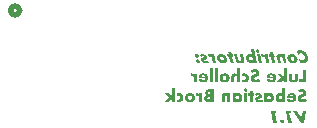
<source format=gbr>
%TF.GenerationSoftware,KiCad,Pcbnew,9.0.4*%
%TF.CreationDate,2025-11-05T21:14:26-05:00*%
%TF.ProjectId,Alpha_Breakout,416c7068-615f-4427-9265-616b6f75742e,rev?*%
%TF.SameCoordinates,Original*%
%TF.FileFunction,Legend,Bot*%
%TF.FilePolarity,Positive*%
%FSLAX46Y46*%
G04 Gerber Fmt 4.6, Leading zero omitted, Abs format (unit mm)*
G04 Created by KiCad (PCBNEW 9.0.4) date 2025-11-05 21:14:26*
%MOMM*%
%LPD*%
G01*
G04 APERTURE LIST*
%ADD10C,0.250000*%
%ADD11C,0.508000*%
G04 APERTURE END LIST*
D10*
G36*
X152017027Y-72192916D02*
G01*
X152017027Y-73015526D01*
X151686810Y-73015526D01*
X151686810Y-73250000D01*
X152290579Y-73250000D01*
X152290579Y-72192916D01*
X152017027Y-72192916D01*
G37*
G36*
X151314584Y-72530949D02*
G01*
X151314584Y-72936819D01*
X151308714Y-72987676D01*
X151293050Y-73023579D01*
X151268670Y-73048535D01*
X151234089Y-73064356D01*
X151185624Y-73070237D01*
X151137159Y-73064356D01*
X151102578Y-73048535D01*
X151078198Y-73023579D01*
X151062534Y-72987676D01*
X151056664Y-72936819D01*
X151056664Y-72530949D01*
X150802651Y-72530949D01*
X150802651Y-72985484D01*
X150809293Y-73057170D01*
X150827917Y-73115952D01*
X150857584Y-73164439D01*
X150898761Y-73204387D01*
X150947771Y-73233993D01*
X151009909Y-73256830D01*
X151088057Y-73271860D01*
X151185624Y-73277355D01*
X151283191Y-73271860D01*
X151361340Y-73256830D01*
X151423477Y-73233993D01*
X151472487Y-73204387D01*
X151513664Y-73164439D01*
X151543331Y-73115952D01*
X151561955Y-73057170D01*
X151568597Y-72985484D01*
X151568597Y-72530949D01*
X151314584Y-72530949D01*
G37*
G36*
X150378646Y-72085450D02*
G01*
X150378646Y-72790273D01*
X150112665Y-72530949D01*
X149765474Y-72530949D01*
X150125305Y-72863119D01*
X149744469Y-73250000D01*
X150100087Y-73250000D01*
X150378646Y-72957030D01*
X150378646Y-73250000D01*
X150632658Y-73250000D01*
X150632658Y-72085450D01*
X150378646Y-72085450D01*
G37*
G36*
X149417457Y-72510730D02*
G01*
X149493998Y-72531010D01*
X149562646Y-72564547D01*
X149619234Y-72608923D01*
X149650834Y-72644675D01*
X149677407Y-72685437D01*
X149699040Y-72731777D01*
X149714284Y-72780719D01*
X149723735Y-72834563D01*
X149727006Y-72894016D01*
X149723587Y-72951433D01*
X149713682Y-73003609D01*
X149697636Y-73051247D01*
X149661945Y-73116773D01*
X149614349Y-73172025D01*
X149555735Y-73216344D01*
X149484900Y-73249938D01*
X149406684Y-73270293D01*
X149318326Y-73277355D01*
X149232091Y-73271478D01*
X149160019Y-73255022D01*
X149099739Y-73229222D01*
X149049337Y-73194546D01*
X149007471Y-73150668D01*
X148973468Y-73096493D01*
X148947383Y-73030242D01*
X149191503Y-73030242D01*
X149215186Y-73059940D01*
X149243134Y-73080582D01*
X149276137Y-73093175D01*
X149315640Y-73097592D01*
X149364629Y-73092569D01*
X149401770Y-73078879D01*
X149429872Y-73057461D01*
X149450573Y-73027677D01*
X149464074Y-72987425D01*
X149469085Y-72933461D01*
X148937613Y-72933461D01*
X148937613Y-72906777D01*
X148944550Y-72815615D01*
X148952276Y-72784961D01*
X149173368Y-72784961D01*
X149462124Y-72784961D01*
X149452178Y-72749511D01*
X149436584Y-72721092D01*
X149415413Y-72698438D01*
X149389205Y-72681775D01*
X149357799Y-72671402D01*
X149319853Y-72667725D01*
X149283805Y-72671446D01*
X149252535Y-72682176D01*
X149225026Y-72699842D01*
X149202090Y-72723353D01*
X149184932Y-72751448D01*
X149173368Y-72784961D01*
X148952276Y-72784961D01*
X148964235Y-72737517D01*
X148984993Y-72689198D01*
X149010635Y-72647046D01*
X149041172Y-72610389D01*
X149076866Y-72578734D01*
X149117717Y-72552305D01*
X149164331Y-72531010D01*
X149240064Y-72510718D01*
X149328096Y-72503593D01*
X149417457Y-72510730D01*
G37*
G36*
X147713834Y-72465736D02*
G01*
X147760112Y-72433401D01*
X147804326Y-72411758D01*
X147849539Y-72398423D01*
X147891887Y-72394173D01*
X147942008Y-72400872D01*
X147979509Y-72419391D01*
X147998561Y-72438223D01*
X148009621Y-72459844D01*
X148013398Y-72485275D01*
X148009039Y-72511212D01*
X147996484Y-72531559D01*
X147977449Y-72548121D01*
X147951971Y-72563066D01*
X147889872Y-72586209D01*
X147821362Y-72607213D01*
X147733997Y-72642981D01*
X147669330Y-72683109D01*
X147622976Y-72727015D01*
X147596227Y-72765934D01*
X147576663Y-72810722D01*
X147564399Y-72862450D01*
X147560083Y-72922470D01*
X147567160Y-73001077D01*
X147587500Y-73069626D01*
X147608632Y-73111591D01*
X147635209Y-73149061D01*
X147667489Y-73182466D01*
X147725003Y-73223508D01*
X147796632Y-73255312D01*
X147876251Y-73274473D01*
X147970045Y-73281263D01*
X148068402Y-73273788D01*
X148162488Y-73251557D01*
X148253412Y-73214338D01*
X148342088Y-73161217D01*
X148224912Y-72939200D01*
X148161614Y-72987843D01*
X148102547Y-73020228D01*
X148041565Y-73040330D01*
X147982929Y-73046789D01*
X147938866Y-73042818D01*
X147906233Y-73032172D01*
X147882301Y-73015954D01*
X147863501Y-72993770D01*
X147852806Y-72970655D01*
X147849267Y-72945856D01*
X147851482Y-72923087D01*
X147857693Y-72904518D01*
X147868514Y-72888175D01*
X147885781Y-72872278D01*
X147907329Y-72858637D01*
X147937011Y-72844923D01*
X148013581Y-72816896D01*
X148118239Y-72779771D01*
X148166964Y-72755939D01*
X148209525Y-72725793D01*
X148245352Y-72688158D01*
X148274127Y-72640980D01*
X148292008Y-72585698D01*
X148298674Y-72511287D01*
X148291973Y-72435298D01*
X148272723Y-72369016D01*
X148241232Y-72309430D01*
X148199694Y-72259656D01*
X148148138Y-72219591D01*
X148084595Y-72188825D01*
X148013825Y-72170146D01*
X147932187Y-72163607D01*
X147852990Y-72168930D01*
X147767934Y-72185528D01*
X147684125Y-72212537D01*
X147603620Y-72249886D01*
X147713834Y-72465736D01*
G37*
G36*
X146871318Y-72763590D02*
G01*
X146917055Y-72737924D01*
X146961402Y-72723286D01*
X147005225Y-72718527D01*
X147040974Y-72721743D01*
X147073613Y-72731167D01*
X147103449Y-72746507D01*
X147129300Y-72767070D01*
X147150540Y-72792339D01*
X147166669Y-72822025D01*
X147176584Y-72855051D01*
X147180041Y-72893161D01*
X147176617Y-72929991D01*
X147166669Y-72962831D01*
X147150674Y-72992554D01*
X147129972Y-73017725D01*
X147104624Y-73038178D01*
X147074345Y-73053628D01*
X147041073Y-73063113D01*
X147005225Y-73066329D01*
X146958965Y-73060987D01*
X146914665Y-73044877D01*
X146871318Y-73017053D01*
X146871318Y-73232841D01*
X146934961Y-73256020D01*
X146994050Y-73269215D01*
X147049371Y-73273447D01*
X147126251Y-73266718D01*
X147198665Y-73246763D01*
X147265452Y-73214146D01*
X147323412Y-73170193D01*
X147371738Y-73115646D01*
X147409630Y-73050697D01*
X147427305Y-73003326D01*
X147438144Y-72951810D01*
X147441870Y-72895420D01*
X147438316Y-72838881D01*
X147427953Y-72786849D01*
X147411034Y-72738677D01*
X147374364Y-72672303D01*
X147326953Y-72616434D01*
X147269089Y-72571082D01*
X147200069Y-72536322D01*
X147124415Y-72514813D01*
X147042411Y-72507501D01*
X146981645Y-72511969D01*
X146924863Y-72525121D01*
X146871318Y-72546885D01*
X146871318Y-72763590D01*
G37*
G36*
X146693510Y-72085450D02*
G01*
X146439497Y-72085450D01*
X146439497Y-72622540D01*
X146402592Y-72582734D01*
X146367758Y-72554986D01*
X146334534Y-72537177D01*
X146278447Y-72521086D01*
X146209848Y-72515317D01*
X146142123Y-72520658D01*
X146086831Y-72535519D01*
X146041626Y-72558806D01*
X146004745Y-72590361D01*
X145975291Y-72629640D01*
X145953738Y-72675585D01*
X145940177Y-72729476D01*
X145935380Y-72792960D01*
X145935380Y-73250000D01*
X146189392Y-73250000D01*
X146189392Y-72887726D01*
X146191759Y-72835831D01*
X146197819Y-72799677D01*
X146209458Y-72769089D01*
X146225785Y-72747897D01*
X146249532Y-72731656D01*
X146276230Y-72721892D01*
X146306751Y-72718527D01*
X146347924Y-72723201D01*
X146380072Y-72736177D01*
X146405303Y-72756995D01*
X146423503Y-72784595D01*
X146435212Y-72820406D01*
X146439497Y-72866782D01*
X146439497Y-73250000D01*
X146693510Y-73250000D01*
X146693510Y-72085450D01*
G37*
G36*
X145423005Y-72506992D02*
G01*
X145480374Y-72516911D01*
X145533784Y-72533086D01*
X145608143Y-72568483D01*
X145670132Y-72613869D01*
X145721152Y-72669689D01*
X145759586Y-72734586D01*
X145777384Y-72781816D01*
X145788126Y-72831477D01*
X145791765Y-72884124D01*
X145788045Y-72942454D01*
X145777222Y-72995826D01*
X145759586Y-73044958D01*
X145735251Y-73091169D01*
X145705720Y-73132443D01*
X145670804Y-73169216D01*
X145631152Y-73200838D01*
X145586382Y-73227514D01*
X145535921Y-73249267D01*
X145455170Y-73270153D01*
X145365256Y-73277355D01*
X145273890Y-73270169D01*
X145191172Y-73249267D01*
X145139246Y-73227498D01*
X145093565Y-73201027D01*
X145053480Y-73169888D01*
X145002353Y-73113861D01*
X144963293Y-73047766D01*
X144945204Y-72999535D01*
X144934162Y-72947577D01*
X144930382Y-72891207D01*
X144930478Y-72889741D01*
X145197766Y-72889741D01*
X145201131Y-72923930D01*
X145211017Y-72955137D01*
X145226488Y-72983612D01*
X145245943Y-73007894D01*
X145269531Y-73027860D01*
X145297601Y-73043065D01*
X145328344Y-73052523D01*
X145361043Y-73055704D01*
X145393750Y-73052524D01*
X145424546Y-73043065D01*
X145452576Y-73027867D01*
X145476203Y-73007894D01*
X145495624Y-72983618D01*
X145511130Y-72955137D01*
X145520983Y-72923746D01*
X145524380Y-72888337D01*
X145521034Y-72855525D01*
X145511130Y-72825139D01*
X145495664Y-72797224D01*
X145476203Y-72773054D01*
X145452576Y-72753081D01*
X145424546Y-72737883D01*
X145393750Y-72728424D01*
X145361043Y-72725244D01*
X145328344Y-72728425D01*
X145297601Y-72737883D01*
X145269531Y-72753088D01*
X145245943Y-72773054D01*
X145226488Y-72797336D01*
X145211017Y-72825811D01*
X145201096Y-72856824D01*
X145197766Y-72889741D01*
X144930478Y-72889741D01*
X144934083Y-72834765D01*
X144944886Y-72782783D01*
X144962561Y-72734586D01*
X144986952Y-72689400D01*
X145016925Y-72648826D01*
X145052747Y-72612465D01*
X145115317Y-72567210D01*
X145189767Y-72532414D01*
X145271131Y-72510964D01*
X145361104Y-72503593D01*
X145423005Y-72506992D01*
G37*
G36*
X144530495Y-72085450D02*
G01*
X144530495Y-73250000D01*
X144784508Y-73250000D01*
X144784508Y-72085450D01*
X144530495Y-72085450D01*
G37*
G36*
X144103558Y-72085450D02*
G01*
X144103558Y-73250000D01*
X144357571Y-73250000D01*
X144357571Y-72085450D01*
X144103558Y-72085450D01*
G37*
G36*
X143648441Y-72510730D02*
G01*
X143724982Y-72531010D01*
X143793630Y-72564547D01*
X143850218Y-72608923D01*
X143881818Y-72644675D01*
X143908391Y-72685437D01*
X143930024Y-72731777D01*
X143945268Y-72780719D01*
X143954719Y-72834563D01*
X143957990Y-72894016D01*
X143954571Y-72951433D01*
X143944666Y-73003609D01*
X143928620Y-73051247D01*
X143892929Y-73116773D01*
X143845333Y-73172025D01*
X143786719Y-73216344D01*
X143715884Y-73249938D01*
X143637668Y-73270293D01*
X143549310Y-73277355D01*
X143463075Y-73271478D01*
X143391003Y-73255022D01*
X143330723Y-73229222D01*
X143280321Y-73194546D01*
X143238455Y-73150668D01*
X143204452Y-73096493D01*
X143178367Y-73030242D01*
X143422487Y-73030242D01*
X143446170Y-73059940D01*
X143474118Y-73080582D01*
X143507121Y-73093175D01*
X143546624Y-73097592D01*
X143595613Y-73092569D01*
X143632754Y-73078879D01*
X143660856Y-73057461D01*
X143681557Y-73027677D01*
X143695057Y-72987425D01*
X143700069Y-72933461D01*
X143168597Y-72933461D01*
X143168597Y-72906777D01*
X143175534Y-72815615D01*
X143183260Y-72784961D01*
X143404352Y-72784961D01*
X143693108Y-72784961D01*
X143683162Y-72749511D01*
X143667568Y-72721092D01*
X143646397Y-72698438D01*
X143620189Y-72681775D01*
X143588783Y-72671402D01*
X143550837Y-72667725D01*
X143514789Y-72671446D01*
X143483519Y-72682176D01*
X143456010Y-72699842D01*
X143433074Y-72723353D01*
X143415916Y-72751448D01*
X143404352Y-72784961D01*
X143183260Y-72784961D01*
X143195219Y-72737517D01*
X143215976Y-72689198D01*
X143241619Y-72647046D01*
X143272156Y-72610389D01*
X143307850Y-72578734D01*
X143348701Y-72552305D01*
X143395315Y-72531010D01*
X143471048Y-72510718D01*
X143559080Y-72503593D01*
X143648441Y-72510730D01*
G37*
G36*
X143024982Y-72530949D02*
G01*
X142770969Y-72530949D01*
X142770969Y-72649467D01*
X142741290Y-72608757D01*
X142708279Y-72575851D01*
X142671746Y-72549938D01*
X142631297Y-72531021D01*
X142585943Y-72519364D01*
X142534665Y-72515317D01*
X142512988Y-72515317D01*
X142485694Y-72518187D01*
X142485694Y-72762124D01*
X142537878Y-72743322D01*
X142594809Y-72736967D01*
X142651178Y-72743416D01*
X142694148Y-72761155D01*
X142726945Y-72789419D01*
X142750157Y-72826897D01*
X142765346Y-72876720D01*
X142770969Y-72942498D01*
X142770969Y-73250000D01*
X143024982Y-73250000D01*
X143024982Y-72530949D01*
G37*
G36*
X151709647Y-74145736D02*
G01*
X151755925Y-74113401D01*
X151800139Y-74091758D01*
X151845352Y-74078423D01*
X151887700Y-74074173D01*
X151937821Y-74080872D01*
X151975322Y-74099391D01*
X151994374Y-74118223D01*
X152005434Y-74139844D01*
X152009211Y-74165275D01*
X152004852Y-74191212D01*
X151992297Y-74211559D01*
X151973262Y-74228121D01*
X151947784Y-74243066D01*
X151885685Y-74266209D01*
X151817175Y-74287213D01*
X151729810Y-74322981D01*
X151665143Y-74363109D01*
X151618789Y-74407015D01*
X151592040Y-74445934D01*
X151572475Y-74490722D01*
X151560212Y-74542450D01*
X151555896Y-74602470D01*
X151562972Y-74681077D01*
X151583312Y-74749626D01*
X151604445Y-74791591D01*
X151631022Y-74829061D01*
X151663302Y-74862466D01*
X151720816Y-74903508D01*
X151792445Y-74935312D01*
X151872064Y-74954473D01*
X151965858Y-74961263D01*
X152064215Y-74953788D01*
X152158301Y-74931557D01*
X152249225Y-74894338D01*
X152337901Y-74841217D01*
X152220725Y-74619200D01*
X152157427Y-74667843D01*
X152098360Y-74700228D01*
X152037378Y-74720330D01*
X151978742Y-74726789D01*
X151934679Y-74722818D01*
X151902046Y-74712172D01*
X151878114Y-74695954D01*
X151859314Y-74673770D01*
X151848619Y-74650655D01*
X151845080Y-74625856D01*
X151847295Y-74603087D01*
X151853506Y-74584518D01*
X151864327Y-74568175D01*
X151881594Y-74552278D01*
X151903142Y-74538637D01*
X151932824Y-74524923D01*
X152009394Y-74496896D01*
X152114052Y-74459771D01*
X152162777Y-74435939D01*
X152205338Y-74405793D01*
X152241165Y-74368158D01*
X152269940Y-74320980D01*
X152287821Y-74265698D01*
X152294487Y-74191287D01*
X152287786Y-74115298D01*
X152268536Y-74049016D01*
X152237045Y-73989430D01*
X152195507Y-73939656D01*
X152143951Y-73899591D01*
X152080408Y-73868825D01*
X152009638Y-73850146D01*
X151928000Y-73843607D01*
X151848803Y-73848930D01*
X151763747Y-73865528D01*
X151679938Y-73892537D01*
X151599433Y-73929886D01*
X151709647Y-74145736D01*
G37*
G36*
X151128134Y-74190730D02*
G01*
X151204675Y-74211010D01*
X151273323Y-74244547D01*
X151329911Y-74288923D01*
X151361510Y-74324675D01*
X151388084Y-74365437D01*
X151409717Y-74411777D01*
X151424961Y-74460719D01*
X151434412Y-74514563D01*
X151437683Y-74574016D01*
X151434264Y-74631433D01*
X151424359Y-74683609D01*
X151408312Y-74731247D01*
X151372622Y-74796773D01*
X151325026Y-74852025D01*
X151266412Y-74896344D01*
X151195577Y-74929938D01*
X151117360Y-74950293D01*
X151029003Y-74957355D01*
X150942768Y-74951478D01*
X150870696Y-74935022D01*
X150810416Y-74909222D01*
X150760014Y-74874546D01*
X150718148Y-74830668D01*
X150684145Y-74776493D01*
X150658060Y-74710242D01*
X150902180Y-74710242D01*
X150925863Y-74739940D01*
X150953811Y-74760582D01*
X150986814Y-74773175D01*
X151026317Y-74777592D01*
X151075306Y-74772569D01*
X151112447Y-74758879D01*
X151140548Y-74737461D01*
X151161250Y-74707677D01*
X151174750Y-74667425D01*
X151179762Y-74613461D01*
X150648290Y-74613461D01*
X150648290Y-74586777D01*
X150655227Y-74495615D01*
X150662953Y-74464961D01*
X150884045Y-74464961D01*
X151172801Y-74464961D01*
X151162855Y-74429511D01*
X151147261Y-74401092D01*
X151126090Y-74378438D01*
X151099882Y-74361775D01*
X151068476Y-74351402D01*
X151030530Y-74347725D01*
X150994482Y-74351446D01*
X150963212Y-74362176D01*
X150935703Y-74379842D01*
X150912767Y-74403353D01*
X150895609Y-74431448D01*
X150884045Y-74464961D01*
X150662953Y-74464961D01*
X150674912Y-74417517D01*
X150695669Y-74369198D01*
X150721312Y-74327046D01*
X150751849Y-74290389D01*
X150787543Y-74258734D01*
X150828394Y-74232305D01*
X150875008Y-74211010D01*
X150950741Y-74190718D01*
X151038773Y-74183593D01*
X151128134Y-74190730D01*
G37*
G36*
X150504675Y-74930000D02*
G01*
X150250662Y-74930000D01*
X150250662Y-74850437D01*
X150206487Y-74895524D01*
X150155958Y-74927257D01*
X150097806Y-74946674D01*
X150030050Y-74953447D01*
X149979509Y-74950020D01*
X149931977Y-74939920D01*
X149886924Y-74923222D01*
X149824831Y-74887443D01*
X149771763Y-74840973D01*
X149728520Y-74784796D01*
X149695621Y-74718729D01*
X149675300Y-74646592D01*
X149668765Y-74572611D01*
X149934124Y-74572611D01*
X149937434Y-74604277D01*
X149947374Y-74634588D01*
X149962717Y-74662518D01*
X149982056Y-74686734D01*
X150005406Y-74706760D01*
X150032737Y-74721966D01*
X150062739Y-74731406D01*
X150095263Y-74734605D01*
X150127751Y-74731248D01*
X150158400Y-74721233D01*
X150186502Y-74705636D01*
X150210484Y-74686001D01*
X150230173Y-74662313D01*
X150245167Y-74634588D01*
X150254518Y-74604124D01*
X150257684Y-74571207D01*
X150254381Y-74538116D01*
X150244556Y-74507032D01*
X150229154Y-74478500D01*
X150209813Y-74454214D01*
X150186421Y-74434195D01*
X150159132Y-74419043D01*
X150129075Y-74409555D01*
X150096545Y-74406343D01*
X150062943Y-74409751D01*
X150032737Y-74419715D01*
X150005257Y-74435411D01*
X149981385Y-74455619D01*
X149961659Y-74479977D01*
X149946641Y-74508436D01*
X149937279Y-74539493D01*
X149934124Y-74572611D01*
X149668765Y-74572611D01*
X149668387Y-74568337D01*
X149675118Y-74491419D01*
X149694949Y-74420081D01*
X149726829Y-74354585D01*
X149768222Y-74299242D01*
X149819555Y-74253463D01*
X149881367Y-74217726D01*
X149926450Y-74201105D01*
X149974871Y-74190968D01*
X150027241Y-74187501D01*
X150092522Y-74193574D01*
X150150628Y-74211200D01*
X150203006Y-74240225D01*
X150250662Y-74281474D01*
X150250662Y-73765450D01*
X150504675Y-73765450D01*
X150504675Y-74930000D01*
G37*
G36*
X149243931Y-74190978D02*
G01*
X149292242Y-74201124D01*
X149337011Y-74217726D01*
X149398457Y-74253537D01*
X149450401Y-74299975D01*
X149492481Y-74355925D01*
X149524590Y-74421486D01*
X149544450Y-74492638D01*
X149551151Y-74568337D01*
X149544166Y-74649042D01*
X149523857Y-74721599D01*
X149490898Y-74787664D01*
X149447592Y-74843843D01*
X149394462Y-74889993D01*
X149332859Y-74924626D01*
X149264660Y-74946087D01*
X149188633Y-74953447D01*
X149121467Y-74946699D01*
X149063625Y-74927320D01*
X149013173Y-74895591D01*
X148968876Y-74850437D01*
X148968876Y-74930000D01*
X148714863Y-74930000D01*
X148714863Y-74571207D01*
X148960450Y-74571207D01*
X148963824Y-74604084D01*
X148973822Y-74634588D01*
X148989370Y-74662504D01*
X149008993Y-74686734D01*
X149032707Y-74706709D01*
X149060956Y-74721966D01*
X149091941Y-74731424D01*
X149124886Y-74734605D01*
X149159050Y-74731392D01*
X149190221Y-74721966D01*
X149218481Y-74706711D01*
X149242245Y-74686734D01*
X149261626Y-74662366D01*
X149276683Y-74633855D01*
X149286108Y-74602616D01*
X149289323Y-74568337D01*
X149286110Y-74535529D01*
X149276683Y-74505689D01*
X149261703Y-74478319D01*
X149242245Y-74454214D01*
X149218479Y-74434250D01*
X149190221Y-74419043D01*
X149159048Y-74409571D01*
X149124886Y-74406343D01*
X149091943Y-74409539D01*
X149060956Y-74419043D01*
X149032709Y-74434253D01*
X149008993Y-74454214D01*
X148989417Y-74478510D01*
X148973822Y-74507032D01*
X148963812Y-74538128D01*
X148960450Y-74571207D01*
X148714863Y-74571207D01*
X148714863Y-74210949D01*
X148968876Y-74210949D01*
X148968876Y-74282145D01*
X149016011Y-74240624D01*
X149068050Y-74211398D01*
X149126028Y-74193632D01*
X149191442Y-74187501D01*
X149243931Y-74190978D01*
G37*
G36*
X148064811Y-74395963D02*
G01*
X148112604Y-74375216D01*
X148158268Y-74363311D01*
X148202442Y-74359448D01*
X148235333Y-74363239D01*
X148259351Y-74373492D01*
X148275772Y-74390202D01*
X148281088Y-74411411D01*
X148277608Y-74431744D01*
X148262159Y-74446460D01*
X148227049Y-74459160D01*
X148165989Y-74473204D01*
X148097865Y-74492305D01*
X148046552Y-74517593D01*
X148008696Y-74548248D01*
X147980168Y-74586973D01*
X147962807Y-74632413D01*
X147956734Y-74686489D01*
X147963214Y-74747252D01*
X147981952Y-74800123D01*
X148012076Y-74846594D01*
X148052049Y-74885059D01*
X148100402Y-74915063D01*
X148159944Y-74938365D01*
X148224914Y-74952441D01*
X148298613Y-74957355D01*
X148369918Y-74952406D01*
X148441145Y-74937442D01*
X148512912Y-74912019D01*
X148585781Y-74875350D01*
X148493457Y-74696442D01*
X148419593Y-74738980D01*
X148352684Y-74762405D01*
X148290919Y-74769776D01*
X148257991Y-74765643D01*
X148233278Y-74754267D01*
X148216178Y-74736295D01*
X148210746Y-74714822D01*
X148214288Y-74691557D01*
X148229064Y-74674644D01*
X148262098Y-74660600D01*
X148319007Y-74647166D01*
X148396556Y-74626297D01*
X148449564Y-74602209D01*
X148484115Y-74576031D01*
X148509583Y-74541848D01*
X148525489Y-74499204D01*
X148531193Y-74445666D01*
X148525418Y-74387252D01*
X148508784Y-74336489D01*
X148481454Y-74291627D01*
X148444303Y-74254118D01*
X148398819Y-74224636D01*
X148342759Y-74201973D01*
X148281134Y-74188370D01*
X148210258Y-74183593D01*
X148131821Y-74188731D01*
X148054970Y-74204124D01*
X147979082Y-74230000D01*
X148064811Y-74395963D01*
G37*
G36*
X147529797Y-74421974D02*
G01*
X147529797Y-74930000D01*
X147783810Y-74930000D01*
X147783810Y-74421974D01*
X147865875Y-74421974D01*
X147865875Y-74210949D01*
X147783810Y-74210949D01*
X147783810Y-73996015D01*
X147529797Y-73996015D01*
X147529797Y-74210949D01*
X147385205Y-74210949D01*
X147385205Y-74421974D01*
X147529797Y-74421974D01*
G37*
G36*
X147015910Y-74210949D02*
G01*
X147015910Y-74930000D01*
X147269923Y-74930000D01*
X147269923Y-74210949D01*
X147015910Y-74210949D01*
G37*
G36*
X147285554Y-73935443D02*
G01*
X147282732Y-73906815D01*
X147274380Y-73880244D01*
X147261033Y-73855873D01*
X147243606Y-73834754D01*
X147222480Y-73817292D01*
X147198115Y-73803979D01*
X147171500Y-73795625D01*
X147142916Y-73792805D01*
X147114288Y-73795627D01*
X147087718Y-73803979D01*
X147063364Y-73817294D01*
X147042288Y-73834754D01*
X147024826Y-73855879D01*
X147011514Y-73880244D01*
X147003116Y-73906817D01*
X147000279Y-73935443D01*
X147003115Y-73964077D01*
X147011514Y-73990703D01*
X147024823Y-74015016D01*
X147042288Y-74036132D01*
X147063357Y-74053556D01*
X147087718Y-74066906D01*
X147114288Y-74075258D01*
X147142916Y-74078080D01*
X147171500Y-74075261D01*
X147198115Y-74066906D01*
X147222487Y-74053559D01*
X147243606Y-74036132D01*
X147261036Y-74015022D01*
X147274380Y-73990703D01*
X147282733Y-73964079D01*
X147285554Y-73935443D01*
G37*
G36*
X146563122Y-74190978D02*
G01*
X146611432Y-74201124D01*
X146656202Y-74217726D01*
X146717647Y-74253537D01*
X146769591Y-74299975D01*
X146811671Y-74355925D01*
X146843780Y-74421486D01*
X146863640Y-74492638D01*
X146870341Y-74568337D01*
X146863357Y-74649042D01*
X146843047Y-74721599D01*
X146810088Y-74787664D01*
X146766782Y-74843843D01*
X146713653Y-74889993D01*
X146652049Y-74924626D01*
X146583851Y-74946087D01*
X146507824Y-74953447D01*
X146440658Y-74946699D01*
X146382815Y-74927320D01*
X146332363Y-74895591D01*
X146288066Y-74850437D01*
X146288066Y-74930000D01*
X146034054Y-74930000D01*
X146034054Y-74571207D01*
X146279640Y-74571207D01*
X146283015Y-74604084D01*
X146293012Y-74634588D01*
X146308561Y-74662504D01*
X146328183Y-74686734D01*
X146351897Y-74706709D01*
X146380146Y-74721966D01*
X146411131Y-74731424D01*
X146444077Y-74734605D01*
X146478241Y-74731392D01*
X146509412Y-74721966D01*
X146537671Y-74706711D01*
X146561435Y-74686734D01*
X146580817Y-74662366D01*
X146595874Y-74633855D01*
X146605298Y-74602616D01*
X146608513Y-74568337D01*
X146605300Y-74535529D01*
X146595874Y-74505689D01*
X146580894Y-74478319D01*
X146561435Y-74454214D01*
X146537669Y-74434250D01*
X146509412Y-74419043D01*
X146478238Y-74409571D01*
X146444077Y-74406343D01*
X146411134Y-74409539D01*
X146380146Y-74419043D01*
X146351900Y-74434253D01*
X146328183Y-74454214D01*
X146308608Y-74478510D01*
X146293012Y-74507032D01*
X146283002Y-74538128D01*
X146279640Y-74571207D01*
X146034054Y-74571207D01*
X146034054Y-74210949D01*
X146288066Y-74210949D01*
X146288066Y-74282145D01*
X146335202Y-74240624D01*
X146387241Y-74211398D01*
X146445218Y-74193632D01*
X146510633Y-74187501D01*
X146563122Y-74190978D01*
G37*
G36*
X145862107Y-74210949D02*
G01*
X145608094Y-74210949D01*
X145608094Y-74302051D01*
X145571203Y-74262451D01*
X145536369Y-74234839D01*
X145503131Y-74217116D01*
X145447048Y-74201070D01*
X145378445Y-74195317D01*
X145306262Y-74201841D01*
X145248935Y-74219863D01*
X145198995Y-74249534D01*
X145157222Y-74289289D01*
X145131220Y-74328007D01*
X145115212Y-74370622D01*
X145106948Y-74417160D01*
X145103977Y-74472960D01*
X145103977Y-74930000D01*
X145357990Y-74930000D01*
X145357990Y-74566933D01*
X145360166Y-74516226D01*
X145365744Y-74480776D01*
X145376749Y-74450478D01*
X145392978Y-74428203D01*
X145410934Y-74413754D01*
X145430713Y-74404389D01*
X145475348Y-74397367D01*
X145516511Y-74402053D01*
X145548660Y-74415067D01*
X145573900Y-74435957D01*
X145592098Y-74463597D01*
X145603808Y-74499467D01*
X145608094Y-74545928D01*
X145608094Y-74930000D01*
X145862107Y-74930000D01*
X145862107Y-74210949D01*
G37*
G36*
X144433775Y-74930000D02*
G01*
X143992733Y-74930000D01*
X143911222Y-74924869D01*
X143841608Y-74910399D01*
X143778503Y-74885402D01*
X143727486Y-74851598D01*
X143685925Y-74808018D01*
X143654640Y-74755000D01*
X143635490Y-74694690D01*
X143628750Y-74623292D01*
X143629963Y-74603691D01*
X143906210Y-74603691D01*
X143911520Y-74640089D01*
X143926387Y-74667662D01*
X143951151Y-74688627D01*
X143982564Y-74701865D01*
X144030271Y-74711345D01*
X144099895Y-74715066D01*
X144160223Y-74715066D01*
X144160223Y-74492316D01*
X144099895Y-74492316D01*
X144030271Y-74496037D01*
X143982564Y-74505517D01*
X143951151Y-74518756D01*
X143926393Y-74539686D01*
X143911523Y-74567255D01*
X143906210Y-74603691D01*
X143629963Y-74603691D01*
X143631637Y-74576625D01*
X143640047Y-74533715D01*
X143655032Y-74493653D01*
X143677294Y-74458061D01*
X143706674Y-74427448D01*
X143744766Y-74401336D01*
X143789095Y-74381742D01*
X143845272Y-74367020D01*
X143809020Y-74340095D01*
X143780469Y-74310342D01*
X143758749Y-74277566D01*
X143743585Y-74241264D01*
X143733851Y-74197391D01*
X143733066Y-74185486D01*
X143980460Y-74185486D01*
X143985656Y-74222886D01*
X143999973Y-74250386D01*
X144023429Y-74270550D01*
X144058502Y-74283970D01*
X144109603Y-74289106D01*
X144160223Y-74289106D01*
X144160223Y-74081988D01*
X144109603Y-74081988D01*
X144058490Y-74087121D01*
X144023415Y-74100531D01*
X143999964Y-74120675D01*
X143985653Y-74148140D01*
X143980460Y-74185486D01*
X143733066Y-74185486D01*
X143730355Y-74144392D01*
X143735646Y-74078529D01*
X143750456Y-74024070D01*
X143773828Y-73978896D01*
X143805704Y-73941427D01*
X143845073Y-73912143D01*
X143893584Y-73890202D01*
X143953168Y-73876065D01*
X144026256Y-73870963D01*
X144433775Y-73870963D01*
X144433775Y-74930000D01*
G37*
G36*
X143489043Y-74210949D02*
G01*
X143235031Y-74210949D01*
X143235031Y-74329467D01*
X143205352Y-74288757D01*
X143172341Y-74255851D01*
X143135807Y-74229938D01*
X143095359Y-74211021D01*
X143050004Y-74199364D01*
X142998726Y-74195317D01*
X142977049Y-74195317D01*
X142949755Y-74198187D01*
X142949755Y-74442124D01*
X143001939Y-74423322D01*
X143058871Y-74416967D01*
X143115239Y-74423416D01*
X143158209Y-74441155D01*
X143191006Y-74469419D01*
X143214218Y-74506897D01*
X143229407Y-74556720D01*
X143235031Y-74622498D01*
X143235031Y-74930000D01*
X143489043Y-74930000D01*
X143489043Y-74210949D01*
G37*
G36*
X142490137Y-74186992D02*
G01*
X142547506Y-74196911D01*
X142600915Y-74213086D01*
X142675275Y-74248483D01*
X142737264Y-74293869D01*
X142788284Y-74349689D01*
X142826718Y-74414586D01*
X142844516Y-74461816D01*
X142855258Y-74511477D01*
X142858897Y-74564124D01*
X142855177Y-74622454D01*
X142844354Y-74675826D01*
X142826718Y-74724958D01*
X142802383Y-74771169D01*
X142772852Y-74812443D01*
X142737936Y-74849216D01*
X142698284Y-74880838D01*
X142653514Y-74907514D01*
X142603053Y-74929267D01*
X142522302Y-74950153D01*
X142432388Y-74957355D01*
X142341022Y-74950169D01*
X142258304Y-74929267D01*
X142206378Y-74907498D01*
X142160697Y-74881027D01*
X142120612Y-74849888D01*
X142069485Y-74793861D01*
X142030425Y-74727766D01*
X142012336Y-74679535D01*
X142001294Y-74627577D01*
X141997513Y-74571207D01*
X141997609Y-74569741D01*
X142264898Y-74569741D01*
X142268262Y-74603930D01*
X142278148Y-74635137D01*
X142293620Y-74663612D01*
X142313075Y-74687894D01*
X142336663Y-74707860D01*
X142364733Y-74723065D01*
X142395476Y-74732523D01*
X142428175Y-74735704D01*
X142460882Y-74732524D01*
X142491678Y-74723065D01*
X142519708Y-74707867D01*
X142543335Y-74687894D01*
X142562756Y-74663618D01*
X142578262Y-74635137D01*
X142588115Y-74603746D01*
X142591512Y-74568337D01*
X142588166Y-74535525D01*
X142578262Y-74505139D01*
X142562796Y-74477224D01*
X142543335Y-74453054D01*
X142519708Y-74433081D01*
X142491678Y-74417883D01*
X142460882Y-74408424D01*
X142428175Y-74405244D01*
X142395476Y-74408425D01*
X142364733Y-74417883D01*
X142336663Y-74433088D01*
X142313075Y-74453054D01*
X142293620Y-74477336D01*
X142278148Y-74505811D01*
X142268228Y-74536824D01*
X142264898Y-74569741D01*
X141997609Y-74569741D01*
X142001215Y-74514765D01*
X142012018Y-74462783D01*
X142029692Y-74414586D01*
X142054084Y-74369400D01*
X142084057Y-74328826D01*
X142119879Y-74292465D01*
X142182449Y-74247210D01*
X142256899Y-74212414D01*
X142338263Y-74190964D01*
X142428236Y-74183593D01*
X142490137Y-74186992D01*
G37*
G36*
X141308443Y-74443590D02*
G01*
X141354180Y-74417924D01*
X141398527Y-74403286D01*
X141442349Y-74398527D01*
X141478099Y-74401743D01*
X141510737Y-74411167D01*
X141540574Y-74426507D01*
X141566425Y-74447070D01*
X141587665Y-74472339D01*
X141603794Y-74502025D01*
X141613709Y-74535051D01*
X141617166Y-74573161D01*
X141613741Y-74609991D01*
X141603794Y-74642831D01*
X141587799Y-74672554D01*
X141567096Y-74697725D01*
X141541749Y-74718178D01*
X141511470Y-74733628D01*
X141478198Y-74743113D01*
X141442349Y-74746329D01*
X141396090Y-74740987D01*
X141351790Y-74724877D01*
X141308443Y-74697053D01*
X141308443Y-74912841D01*
X141372086Y-74936020D01*
X141431175Y-74949215D01*
X141486496Y-74953447D01*
X141563376Y-74946718D01*
X141635790Y-74926763D01*
X141702577Y-74894146D01*
X141760537Y-74850193D01*
X141808863Y-74795646D01*
X141846755Y-74730697D01*
X141864430Y-74683326D01*
X141875269Y-74631810D01*
X141878995Y-74575420D01*
X141875441Y-74518881D01*
X141865078Y-74466849D01*
X141848159Y-74418677D01*
X141811489Y-74352303D01*
X141764078Y-74296434D01*
X141706214Y-74251082D01*
X141637194Y-74216322D01*
X141561540Y-74194813D01*
X141479535Y-74187501D01*
X141418770Y-74191969D01*
X141361988Y-74205121D01*
X141308443Y-74226885D01*
X141308443Y-74443590D01*
G37*
G36*
X140876622Y-73765450D02*
G01*
X140876622Y-74470273D01*
X140610642Y-74210949D01*
X140263450Y-74210949D01*
X140623281Y-74543119D01*
X140242445Y-74930000D01*
X140598063Y-74930000D01*
X140876622Y-74637030D01*
X140876622Y-74930000D01*
X141130635Y-74930000D01*
X141130635Y-73765450D01*
X140876622Y-73765450D01*
G37*
G36*
X151988555Y-75672916D02*
G01*
X151873089Y-76316435D01*
X151488773Y-75672916D01*
X151197086Y-75672916D01*
X151852267Y-76730000D01*
X152065919Y-76730000D01*
X152280242Y-75672916D01*
X151988555Y-75672916D01*
G37*
G36*
X150858565Y-75905436D02*
G01*
X151009569Y-75905436D01*
X150960781Y-75670963D01*
X150542210Y-75670963D01*
X150762395Y-76730000D01*
X151029963Y-76730000D01*
X150858565Y-75905436D01*
G37*
G36*
X150402808Y-76597070D02*
G01*
X150392983Y-76564469D01*
X150377224Y-76533323D01*
X150356550Y-76505039D01*
X150331978Y-76480750D01*
X150303949Y-76460717D01*
X150273237Y-76445640D01*
X150240725Y-76436125D01*
X150208147Y-76433000D01*
X150176315Y-76436242D01*
X150148307Y-76445640D01*
X150123712Y-76460837D01*
X150104160Y-76480750D01*
X150089809Y-76504828D01*
X150080835Y-76533323D01*
X150077991Y-76563917D01*
X150081690Y-76597070D01*
X150091567Y-76629778D01*
X150107336Y-76660940D01*
X150128006Y-76689236D01*
X150152581Y-76713574D01*
X150180556Y-76733555D01*
X150211261Y-76748623D01*
X150243773Y-76758138D01*
X150276352Y-76761263D01*
X150308184Y-76758021D01*
X150336191Y-76748623D01*
X150360803Y-76733441D01*
X150380399Y-76713574D01*
X150394767Y-76689446D01*
X150403785Y-76660940D01*
X150406570Y-76630333D01*
X150402808Y-76597070D01*
G37*
G36*
X149589480Y-75905436D02*
G01*
X149740483Y-75905436D01*
X149691695Y-75670963D01*
X149273124Y-75670963D01*
X149493309Y-76730000D01*
X149760877Y-76730000D01*
X149589480Y-75905436D01*
G37*
G36*
X151603183Y-70926275D02*
G01*
X151634180Y-70883426D01*
X151669599Y-70851218D01*
X151709886Y-70828330D01*
X151756012Y-70814255D01*
X151809385Y-70809344D01*
X151868697Y-70814975D01*
X151925889Y-70831875D01*
X151979304Y-70858523D01*
X152027067Y-70893180D01*
X152068728Y-70935359D01*
X152104553Y-70985504D01*
X152132056Y-71041040D01*
X152149860Y-71101031D01*
X152157248Y-71163213D01*
X152152913Y-71217962D01*
X152137646Y-71268576D01*
X152113224Y-71311018D01*
X152079779Y-71346084D01*
X152037691Y-71372995D01*
X151989322Y-71389694D01*
X151932606Y-71395526D01*
X151871132Y-71389092D01*
X151808829Y-71369310D01*
X151744543Y-71334692D01*
X151677311Y-71282808D01*
X151744966Y-71608140D01*
X151774275Y-71617909D01*
X151839567Y-71637787D01*
X151896092Y-71650760D01*
X151951272Y-71658690D01*
X152003620Y-71661263D01*
X152073801Y-71656524D01*
X152138821Y-71642650D01*
X152199502Y-71619863D01*
X152255973Y-71588243D01*
X152305122Y-71549506D01*
X152347636Y-71503299D01*
X152382529Y-71450927D01*
X152410102Y-71391808D01*
X152430251Y-71325001D01*
X152440462Y-71255964D01*
X152440191Y-71181216D01*
X152428541Y-71099626D01*
X152406986Y-71019971D01*
X152376688Y-70945515D01*
X152337561Y-70875655D01*
X152290743Y-70810453D01*
X152238976Y-70752099D01*
X152182100Y-70700167D01*
X152120084Y-70654503D01*
X152054534Y-70616219D01*
X151985118Y-70585068D01*
X151912777Y-70561829D01*
X151841205Y-70548134D01*
X151769879Y-70543607D01*
X151709136Y-70546979D01*
X151651543Y-70556919D01*
X151594918Y-70573527D01*
X151534979Y-70598135D01*
X151603183Y-70926275D01*
G37*
G36*
X151123207Y-70891029D02*
G01*
X151208304Y-70913086D01*
X151287945Y-70948268D01*
X151358391Y-70993869D01*
X151419994Y-71049737D01*
X151471048Y-71114586D01*
X151509709Y-71186882D01*
X151533574Y-71264124D01*
X151542149Y-71323289D01*
X151542560Y-71376592D01*
X151535589Y-71424958D01*
X151521220Y-71471564D01*
X151500891Y-71512748D01*
X151474590Y-71549216D01*
X151442514Y-71580722D01*
X151404332Y-71607385D01*
X151359246Y-71629267D01*
X151311291Y-71644530D01*
X151257867Y-71654045D01*
X151198168Y-71657355D01*
X151108005Y-71650283D01*
X151022069Y-71629267D01*
X150941491Y-71595070D01*
X150870882Y-71549888D01*
X150809174Y-71493818D01*
X150757248Y-71427766D01*
X150729264Y-71379032D01*
X150707694Y-71326995D01*
X150692463Y-71271207D01*
X150687508Y-71236488D01*
X150950183Y-71236488D01*
X150953742Y-71269741D01*
X150964050Y-71303687D01*
X150980303Y-71335137D01*
X151001318Y-71363575D01*
X151025427Y-71387894D01*
X151052785Y-71407944D01*
X151083251Y-71423065D01*
X151115574Y-71432581D01*
X151147915Y-71435704D01*
X151179517Y-71432465D01*
X151207388Y-71423065D01*
X151231721Y-71407827D01*
X151250619Y-71387894D01*
X151264515Y-71363774D01*
X151273822Y-71335137D01*
X151276975Y-71304111D01*
X151272967Y-71268337D01*
X151262955Y-71235763D01*
X151246833Y-71205139D01*
X151225922Y-71177255D01*
X151201831Y-71153054D01*
X151174423Y-71133001D01*
X151143946Y-71117883D01*
X151111571Y-71108366D01*
X151079221Y-71105244D01*
X151047628Y-71108484D01*
X151019809Y-71117883D01*
X150995476Y-71133121D01*
X150976578Y-71153054D01*
X150962697Y-71177175D01*
X150953436Y-71205811D01*
X150950183Y-71236488D01*
X150687508Y-71236488D01*
X150684291Y-71213950D01*
X150684182Y-71162034D01*
X150691425Y-71114586D01*
X150706043Y-71069024D01*
X150726950Y-71028541D01*
X150754256Y-70992465D01*
X150787212Y-70961242D01*
X150826103Y-70934570D01*
X150871676Y-70912414D01*
X150919985Y-70896730D01*
X150973577Y-70886979D01*
X151033243Y-70883593D01*
X151123207Y-70891029D01*
G37*
G36*
X150453532Y-70910949D02*
G01*
X150205076Y-70910949D01*
X150224005Y-71002051D01*
X150179376Y-70962215D01*
X150139511Y-70934637D01*
X150103654Y-70917116D01*
X150044845Y-70900959D01*
X149977198Y-70895317D01*
X149907304Y-70901977D01*
X149855626Y-70919863D01*
X149812902Y-70949560D01*
X149780277Y-70989289D01*
X149763036Y-71027615D01*
X149756097Y-71070622D01*
X149757673Y-71116798D01*
X149766416Y-71172960D01*
X149861427Y-71630000D01*
X150109883Y-71630000D01*
X150034412Y-71266933D01*
X150025982Y-71215983D01*
X150024092Y-71180776D01*
X150028650Y-71150168D01*
X150039785Y-71128203D01*
X150054293Y-71113792D01*
X150071720Y-71104389D01*
X150113913Y-71097367D01*
X150154319Y-71101854D01*
X150188677Y-71114734D01*
X150218326Y-71135957D01*
X150242176Y-71163999D01*
X150261080Y-71200075D01*
X150274685Y-71245928D01*
X150354553Y-71630000D01*
X150603009Y-71630000D01*
X150453532Y-70910949D01*
G37*
G36*
X149293073Y-71121974D02*
G01*
X149398709Y-71630000D01*
X149647165Y-71630000D01*
X149541530Y-71121974D01*
X149621763Y-71121974D01*
X149577922Y-70910949D01*
X149497688Y-70910949D01*
X149452991Y-70696015D01*
X149204535Y-70696015D01*
X149249232Y-70910949D01*
X149107754Y-70910949D01*
X149151596Y-71121974D01*
X149293073Y-71121974D01*
G37*
G36*
X149002730Y-70910949D02*
G01*
X148754274Y-70910949D01*
X148778881Y-71029467D01*
X148721898Y-70971266D01*
X148661156Y-70929938D01*
X148616945Y-70910781D01*
X148570071Y-70899236D01*
X148519862Y-70895317D01*
X148498674Y-70895317D01*
X148472540Y-70898187D01*
X148523281Y-71142124D01*
X148569876Y-71123454D01*
X148624764Y-71116967D01*
X148680072Y-71123136D01*
X148726098Y-71140692D01*
X148764898Y-71169419D01*
X148795764Y-71207457D01*
X148820958Y-71257561D01*
X148839820Y-71322498D01*
X148903750Y-71630000D01*
X149152206Y-71630000D01*
X149002730Y-70910949D01*
G37*
G36*
X148102634Y-70910949D02*
G01*
X148252110Y-71630000D01*
X148500566Y-71630000D01*
X148351090Y-70910949D01*
X148102634Y-70910949D01*
G37*
G36*
X148309080Y-70635443D02*
G01*
X148300449Y-70607018D01*
X148286671Y-70580244D01*
X148268577Y-70555904D01*
X148247103Y-70534754D01*
X148222690Y-70517220D01*
X148196240Y-70503979D01*
X148168188Y-70495572D01*
X148139881Y-70492805D01*
X148112245Y-70495680D01*
X148088224Y-70503979D01*
X148067121Y-70517327D01*
X148050183Y-70534754D01*
X148037568Y-70555736D01*
X148029544Y-70580244D01*
X148026854Y-70606526D01*
X148030033Y-70635443D01*
X148038675Y-70663873D01*
X148052503Y-70690703D01*
X148070544Y-70714989D01*
X148092009Y-70736132D01*
X148116375Y-70753625D01*
X148142873Y-70766906D01*
X148170873Y-70775312D01*
X148199171Y-70778080D01*
X148226816Y-70775207D01*
X148250889Y-70766906D01*
X148271960Y-70753529D01*
X148288930Y-70736132D01*
X148301562Y-70715159D01*
X148309630Y-70690703D01*
X148312274Y-70664368D01*
X148309080Y-70635443D01*
G37*
G36*
X148073630Y-71630000D02*
G01*
X147825174Y-71630000D01*
X147808627Y-71550437D01*
X147775255Y-71595067D01*
X147733104Y-71626647D01*
X147680451Y-71646372D01*
X147614270Y-71653447D01*
X147540359Y-71645942D01*
X147467969Y-71623222D01*
X147400071Y-71587616D01*
X147338215Y-71540973D01*
X147284177Y-71484681D01*
X147238381Y-71418729D01*
X147203274Y-71346069D01*
X147180434Y-71268337D01*
X147176887Y-71239172D01*
X147437447Y-71239172D01*
X147441224Y-71272611D01*
X147450939Y-71304044D01*
X147467053Y-71334588D01*
X147487889Y-71362489D01*
X147511871Y-71386734D01*
X147538951Y-71406835D01*
X147568719Y-71421966D01*
X147600351Y-71431467D01*
X147632527Y-71434605D01*
X147663887Y-71431184D01*
X147691512Y-71421233D01*
X147715802Y-71405601D01*
X147735109Y-71386001D01*
X147749386Y-71362478D01*
X147758374Y-71334588D01*
X147761159Y-71304452D01*
X147757397Y-71271207D01*
X147747406Y-71238351D01*
X147731263Y-71207032D01*
X147710316Y-71178538D01*
X147686322Y-71154214D01*
X147659098Y-71134114D01*
X147629352Y-71119043D01*
X147597717Y-71109496D01*
X147565544Y-71106343D01*
X147533066Y-71109819D01*
X147505887Y-71119715D01*
X147482243Y-71135440D01*
X147463145Y-71155619D01*
X147449012Y-71179802D01*
X147440186Y-71208436D01*
X147437447Y-71239172D01*
X147176887Y-71239172D01*
X147170993Y-71190715D01*
X147175549Y-71120081D01*
X147193300Y-71054159D01*
X147222138Y-70999242D01*
X147262784Y-70953515D01*
X147315867Y-70917726D01*
X147355939Y-70901281D01*
X147401097Y-70891063D01*
X147452276Y-70887501D01*
X147515873Y-70893287D01*
X147576131Y-70910506D01*
X147634039Y-70939529D01*
X147690352Y-70981474D01*
X147583068Y-70465450D01*
X147831524Y-70465450D01*
X148073630Y-71630000D01*
G37*
G36*
X146694818Y-70910949D02*
G01*
X146779204Y-71316819D01*
X146783955Y-71369054D01*
X146775731Y-71404538D01*
X146757287Y-71428715D01*
X146727288Y-71444258D01*
X146680774Y-71450237D01*
X146633248Y-71444645D01*
X146595838Y-71429035D01*
X146566160Y-71403772D01*
X146543077Y-71367388D01*
X146526901Y-71316819D01*
X146442515Y-70910949D01*
X146194059Y-70910949D01*
X146288520Y-71365484D01*
X146309475Y-71436053D01*
X146339723Y-71494967D01*
X146379050Y-71544021D01*
X146428044Y-71584387D01*
X146483464Y-71614578D01*
X146549843Y-71637403D01*
X146629184Y-71652093D01*
X146723822Y-71657355D01*
X146819875Y-71651633D01*
X146893198Y-71636300D01*
X146948394Y-71613490D01*
X146989253Y-71584387D01*
X147020548Y-71545595D01*
X147039633Y-71498104D01*
X147046165Y-71439267D01*
X147037735Y-71365484D01*
X146943274Y-70910949D01*
X146694818Y-70910949D01*
G37*
G36*
X145775976Y-71121974D02*
G01*
X145881612Y-71630000D01*
X146130068Y-71630000D01*
X146024433Y-71121974D01*
X146104666Y-71121974D01*
X146060825Y-70910949D01*
X145980591Y-70910949D01*
X145935894Y-70696015D01*
X145687438Y-70696015D01*
X145732135Y-70910949D01*
X145590657Y-70910949D01*
X145634499Y-71121974D01*
X145775976Y-71121974D01*
G37*
G36*
X145162705Y-70891029D02*
G01*
X145247801Y-70913086D01*
X145327442Y-70948268D01*
X145397889Y-70993869D01*
X145459491Y-71049737D01*
X145510546Y-71114586D01*
X145549206Y-71186882D01*
X145573072Y-71264124D01*
X145581646Y-71323289D01*
X145582058Y-71376592D01*
X145575087Y-71424958D01*
X145560717Y-71471564D01*
X145540389Y-71512748D01*
X145514087Y-71549216D01*
X145482011Y-71580722D01*
X145443830Y-71607385D01*
X145398743Y-71629267D01*
X145350788Y-71644530D01*
X145297365Y-71654045D01*
X145237665Y-71657355D01*
X145147502Y-71650283D01*
X145061566Y-71629267D01*
X144980988Y-71595070D01*
X144910380Y-71549888D01*
X144848672Y-71493818D01*
X144796746Y-71427766D01*
X144768761Y-71379032D01*
X144747192Y-71326995D01*
X144731960Y-71271207D01*
X144727005Y-71236488D01*
X144989681Y-71236488D01*
X144993239Y-71269741D01*
X145003548Y-71303687D01*
X145019801Y-71335137D01*
X145040815Y-71363575D01*
X145064924Y-71387894D01*
X145092282Y-71407944D01*
X145122749Y-71423065D01*
X145155071Y-71432581D01*
X145187412Y-71435704D01*
X145219015Y-71432465D01*
X145246885Y-71423065D01*
X145271219Y-71407827D01*
X145290116Y-71387894D01*
X145304012Y-71363774D01*
X145313319Y-71335137D01*
X145316472Y-71304111D01*
X145312465Y-71268337D01*
X145302453Y-71235763D01*
X145286331Y-71205139D01*
X145265420Y-71177255D01*
X145241329Y-71153054D01*
X145213921Y-71133001D01*
X145183443Y-71117883D01*
X145151069Y-71108366D01*
X145118719Y-71105244D01*
X145087125Y-71108484D01*
X145059307Y-71117883D01*
X145034973Y-71133121D01*
X145016076Y-71153054D01*
X145002194Y-71177175D01*
X144992934Y-71205811D01*
X144989681Y-71236488D01*
X144727005Y-71236488D01*
X144723788Y-71213950D01*
X144723679Y-71162034D01*
X144730922Y-71114586D01*
X144745540Y-71069024D01*
X144766448Y-71028541D01*
X144793754Y-70992465D01*
X144826709Y-70961242D01*
X144865601Y-70934570D01*
X144911174Y-70912414D01*
X144959482Y-70896730D01*
X145013074Y-70886979D01*
X145072740Y-70883593D01*
X145162705Y-70891029D01*
G37*
G36*
X144493030Y-70910949D02*
G01*
X144244574Y-70910949D01*
X144269181Y-71029467D01*
X144212198Y-70971266D01*
X144151456Y-70929938D01*
X144107246Y-70910781D01*
X144060371Y-70899236D01*
X144010162Y-70895317D01*
X143988974Y-70895317D01*
X143962840Y-70898187D01*
X144013581Y-71142124D01*
X144060176Y-71123454D01*
X144115064Y-71116967D01*
X144170372Y-71123136D01*
X144216398Y-71140692D01*
X144255198Y-71169419D01*
X144286064Y-71207457D01*
X144311258Y-71257561D01*
X144330120Y-71322498D01*
X144394050Y-71630000D01*
X144642506Y-71630000D01*
X144493030Y-70910949D01*
G37*
G36*
X143416102Y-71095963D02*
G01*
X143457947Y-71075436D01*
X143500072Y-71063428D01*
X143543108Y-71059448D01*
X143575655Y-71063141D01*
X143601666Y-71073492D01*
X143621347Y-71090340D01*
X143630853Y-71111411D01*
X143631646Y-71131744D01*
X143619617Y-71146460D01*
X143587927Y-71159160D01*
X143531140Y-71173204D01*
X143467847Y-71192555D01*
X143423168Y-71217834D01*
X143392838Y-71248248D01*
X143373325Y-71286003D01*
X143365523Y-71331170D01*
X143370795Y-71386489D01*
X143389571Y-71446789D01*
X143419094Y-71500123D01*
X143458231Y-71546603D01*
X143505312Y-71585059D01*
X143559200Y-71615232D01*
X143621877Y-71638365D01*
X143688877Y-71652513D01*
X143761461Y-71657355D01*
X143831386Y-71652227D01*
X143898191Y-71636996D01*
X143962622Y-71611553D01*
X144025305Y-71575350D01*
X143897810Y-71396442D01*
X143835330Y-71438494D01*
X143774881Y-71462136D01*
X143714933Y-71469776D01*
X143682289Y-71465752D01*
X143655338Y-71454267D01*
X143634798Y-71436156D01*
X143625113Y-71414822D01*
X143623709Y-71391557D01*
X143634638Y-71374644D01*
X143664070Y-71360600D01*
X143716948Y-71347166D01*
X143789114Y-71326051D01*
X143835662Y-71301982D01*
X143863677Y-71276031D01*
X143881165Y-71242774D01*
X143888127Y-71200443D01*
X143882606Y-71145666D01*
X143864993Y-71087683D01*
X143837971Y-71036489D01*
X143801945Y-70991642D01*
X143757798Y-70954118D01*
X143706842Y-70924472D01*
X143647644Y-70901973D01*
X143584029Y-70888297D01*
X143514227Y-70883593D01*
X143437681Y-70888857D01*
X143365804Y-70904363D01*
X143297766Y-70930000D01*
X143416102Y-71095963D01*
G37*
G36*
X143168135Y-71024277D02*
G01*
X143158260Y-70991622D01*
X143142489Y-70960469D01*
X143121818Y-70932173D01*
X143097243Y-70907834D01*
X143069212Y-70887816D01*
X143038503Y-70872786D01*
X143005991Y-70863271D01*
X142973412Y-70860146D01*
X142941580Y-70863388D01*
X142913572Y-70872786D01*
X142888979Y-70887935D01*
X142869426Y-70907834D01*
X142855072Y-70931964D01*
X142846100Y-70960469D01*
X142843271Y-70991070D01*
X142847016Y-71024277D01*
X142856844Y-71056931D01*
X142872601Y-71088086D01*
X142893271Y-71116381D01*
X142917847Y-71140720D01*
X142945876Y-71160752D01*
X142976587Y-71175830D01*
X143009044Y-71185297D01*
X143041617Y-71188408D01*
X143073461Y-71185183D01*
X143101517Y-71175830D01*
X143126113Y-71160633D01*
X143145664Y-71140720D01*
X143160032Y-71116592D01*
X143169050Y-71088086D01*
X143171850Y-71057485D01*
X143168135Y-71024277D01*
G37*
G36*
X143266381Y-71497070D02*
G01*
X143256556Y-71464469D01*
X143240797Y-71433323D01*
X143220123Y-71405039D01*
X143195551Y-71380750D01*
X143167522Y-71360717D01*
X143136810Y-71345640D01*
X143104298Y-71336125D01*
X143071720Y-71333000D01*
X143039887Y-71336242D01*
X143011880Y-71345640D01*
X142987285Y-71360837D01*
X142967733Y-71380750D01*
X142953382Y-71404828D01*
X142944408Y-71433323D01*
X142941564Y-71463917D01*
X142945263Y-71497070D01*
X142955140Y-71529778D01*
X142970908Y-71560940D01*
X142991579Y-71589236D01*
X143016154Y-71613574D01*
X143044129Y-71633555D01*
X143074834Y-71648623D01*
X143107346Y-71658138D01*
X143139924Y-71661263D01*
X143171757Y-71658021D01*
X143199764Y-71648623D01*
X143224376Y-71633441D01*
X143243972Y-71613574D01*
X143258340Y-71589446D01*
X143267358Y-71560940D01*
X143270143Y-71530333D01*
X143266381Y-71497070D01*
G37*
D11*
%TO.C,J23*%
X128003701Y-67200000D02*
G75*
G02*
X127241701Y-67200000I-381000J0D01*
G01*
X127241701Y-67200000D02*
G75*
G02*
X128003701Y-67200000I381000J0D01*
G01*
%TD*%
M02*

</source>
